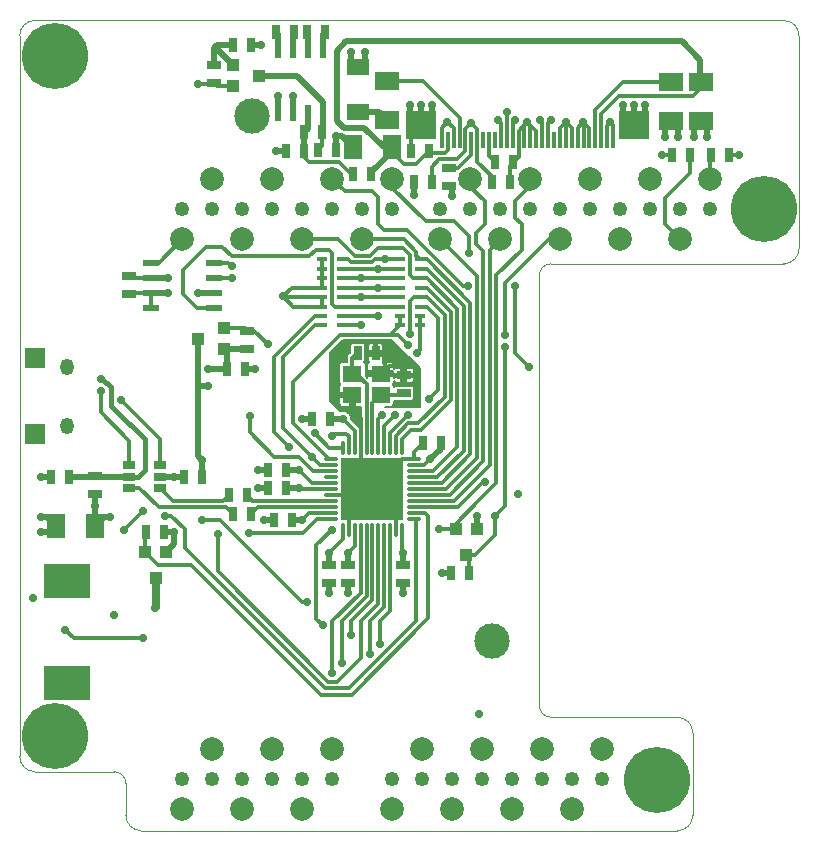
<source format=gbl>
G04 (created by PCBNEW (2013-07-07 BZR 4022)-stable) date 20/03/2014 14:12:02*
%MOIN*%
G04 Gerber Fmt 3.4, Leading zero omitted, Abs format*
%FSLAX34Y34*%
G01*
G70*
G90*
G04 APERTURE LIST*
%ADD10C,0.00590551*%
%ADD11C,0.000393701*%
%ADD12R,0.025X0.045*%
%ADD13C,0.220472*%
%ADD14R,0.0629921X0.0551181*%
%ADD15R,0.0394X0.0272*%
%ADD16R,0.0433071X0.0433071*%
%ADD17R,0.0748031X0.0551181*%
%ADD18R,0.0551X0.0236*%
%ADD19R,0.0236X0.0551*%
%ADD20R,0.08X0.06*%
%ADD21R,0.06X0.08*%
%ADD22R,0.045X0.025*%
%ADD23R,0.0354331X0.0177165*%
%ADD24O,0.0511811X0.011811*%
%ADD25O,0.011811X0.0511811*%
%ADD26R,0.208661X0.208661*%
%ADD27C,0.11811*%
%ADD28O,0.0452756X0.0551181*%
%ADD29R,0.0669291X0.0669291*%
%ADD30R,0.011811X0.0570866*%
%ADD31R,0.102362X0.0925197*%
%ADD32C,0.0787402*%
%ADD33C,0.0492126*%
%ADD34R,0.15748X0.11811*%
%ADD35C,0.0275591*%
%ADD36C,0.011811*%
%ADD37C,0.019685*%
%ADD38C,0.0275591*%
%ADD39C,0.015748*%
%ADD40C,0.00787402*%
G04 APERTURE END LIST*
G54D10*
G54D11*
X42173Y-51606D02*
X42173Y-27590D01*
X42173Y-27590D02*
G75*
G02X42685Y-27078I511J0D01*
G74*
G01*
X45716Y-52511D02*
X45716Y-53574D01*
X42685Y-52118D02*
X45322Y-52118D01*
X67645Y-27078D02*
X42685Y-27078D01*
X68157Y-34677D02*
X68157Y-27590D01*
X59889Y-35188D02*
X67645Y-35188D01*
X59496Y-49913D02*
X59496Y-35582D01*
X64102Y-50307D02*
X59889Y-50307D01*
X64614Y-53574D02*
X64614Y-50818D01*
X46228Y-54086D02*
X64102Y-54086D01*
X45322Y-52118D02*
G75*
G02X45716Y-52511I0J-393D01*
G74*
G01*
X42685Y-52118D02*
G75*
G02X42173Y-51606I0J511D01*
G74*
G01*
X67645Y-27078D02*
G75*
G02X68157Y-27590I0J-511D01*
G74*
G01*
X68157Y-34678D02*
G75*
G02X67645Y-35188I-511J0D01*
G74*
G01*
X59496Y-35581D02*
G75*
G02X59889Y-35188I393J0D01*
G74*
G01*
X59889Y-50307D02*
G75*
G02X59496Y-49913I0J393D01*
G74*
G01*
X64103Y-50307D02*
G75*
G02X64614Y-50818I0J-511D01*
G74*
G01*
X64614Y-53575D02*
G75*
G02X64102Y-54086I-511J0D01*
G74*
G01*
X46227Y-54086D02*
G75*
G02X45716Y-53574I0J511D01*
G74*
G01*
G54D12*
X65211Y-31574D03*
X65811Y-31574D03*
X64532Y-31574D03*
X63932Y-31574D03*
G54D13*
X43354Y-50937D03*
X63433Y-52393D03*
X43354Y-28259D03*
X66976Y-33377D03*
G54D12*
X46392Y-44114D03*
X46992Y-44114D03*
G54D14*
X53267Y-38858D03*
X54212Y-38858D03*
X54212Y-39566D03*
X53267Y-39566D03*
G54D15*
X46850Y-41909D03*
X46850Y-42657D03*
X46850Y-42283D03*
X45826Y-42657D03*
X45826Y-41909D03*
X45826Y-42283D03*
G54D16*
X49291Y-28567D03*
X49291Y-29267D03*
X50157Y-28917D03*
X57416Y-44035D03*
X56716Y-44035D03*
X57066Y-44901D03*
X48996Y-38046D03*
X48996Y-37346D03*
X48129Y-37696D03*
G54D17*
X53464Y-30118D03*
X53464Y-28622D03*
G54D18*
X46568Y-35155D03*
X48668Y-35155D03*
X46568Y-35655D03*
X46568Y-36155D03*
X46568Y-36655D03*
X48668Y-35655D03*
X48668Y-36155D03*
X48668Y-36655D03*
G54D19*
X50785Y-30164D03*
X50785Y-28064D03*
X51285Y-30164D03*
X51785Y-30164D03*
X52285Y-30164D03*
X51285Y-28064D03*
X51785Y-28064D03*
X52285Y-28064D03*
G54D20*
X63897Y-29133D03*
X63897Y-30433D03*
X64881Y-29133D03*
X64881Y-30433D03*
G54D21*
X44685Y-43917D03*
X43385Y-43917D03*
G54D20*
X54429Y-29094D03*
X54429Y-30394D03*
G54D21*
X54587Y-31299D03*
X53287Y-31299D03*
G54D12*
X49148Y-42913D03*
X49748Y-42913D03*
X49286Y-43523D03*
X49886Y-43523D03*
G54D22*
X48661Y-29177D03*
X48661Y-28577D03*
G54D12*
X53902Y-32204D03*
X53302Y-32204D03*
G54D22*
X44685Y-42278D03*
X44685Y-42878D03*
G54D12*
X58026Y-31811D03*
X58626Y-31811D03*
X56570Y-45511D03*
X57170Y-45511D03*
G54D22*
X49763Y-37416D03*
X49763Y-38016D03*
X54960Y-45231D03*
X54960Y-45831D03*
G54D12*
X56205Y-41161D03*
X55605Y-41161D03*
X43823Y-42283D03*
X43223Y-42283D03*
X52524Y-40354D03*
X51924Y-40354D03*
X49286Y-27913D03*
X49886Y-27913D03*
X51048Y-42657D03*
X50448Y-42657D03*
X52268Y-30807D03*
X51668Y-30807D03*
X51638Y-31417D03*
X51038Y-31417D03*
X52347Y-27460D03*
X51747Y-27460D03*
X50723Y-27460D03*
X51323Y-27460D03*
X52121Y-31397D03*
X52721Y-31397D03*
G54D22*
X53110Y-45231D03*
X53110Y-45831D03*
G54D12*
X51244Y-43720D03*
X50644Y-43720D03*
G54D22*
X56476Y-32003D03*
X56476Y-32603D03*
G54D12*
X57908Y-32460D03*
X58508Y-32460D03*
X55910Y-32460D03*
X55310Y-32460D03*
X49089Y-38700D03*
X49689Y-38700D03*
X55831Y-31437D03*
X55231Y-31437D03*
G54D22*
X52500Y-45231D03*
X52500Y-45831D03*
G54D12*
X51048Y-42047D03*
X50448Y-42047D03*
G54D22*
X45826Y-36185D03*
X45826Y-35585D03*
X54980Y-39512D03*
X54980Y-38912D03*
G54D12*
X53440Y-38169D03*
X54040Y-38169D03*
X48252Y-42283D03*
X47652Y-42283D03*
G54D23*
X54842Y-37244D03*
X54842Y-36929D03*
X54842Y-36614D03*
X54842Y-36299D03*
X54842Y-35984D03*
X54842Y-35669D03*
X54842Y-35354D03*
X54842Y-35039D03*
X55511Y-35039D03*
X55511Y-35354D03*
X55511Y-35669D03*
X55511Y-35984D03*
X55511Y-36299D03*
X55511Y-36614D03*
X55511Y-36929D03*
X55511Y-37244D03*
X52933Y-35039D03*
X52933Y-35354D03*
X52933Y-35669D03*
X52933Y-35984D03*
X52933Y-36299D03*
X52933Y-36614D03*
X52933Y-36929D03*
X52933Y-37244D03*
X52263Y-37244D03*
X52263Y-36929D03*
X52263Y-36614D03*
X52263Y-36299D03*
X52263Y-35984D03*
X52263Y-35669D03*
X52263Y-35354D03*
X52263Y-35039D03*
G54D24*
X52559Y-43681D03*
X52559Y-43484D03*
X52559Y-43287D03*
X52559Y-43090D03*
X52559Y-42893D03*
X52559Y-42696D03*
X52559Y-42500D03*
X52559Y-42303D03*
X52559Y-42106D03*
X52559Y-41909D03*
X52559Y-41712D03*
G54D25*
X52952Y-41318D03*
X53149Y-41318D03*
X53346Y-41318D03*
X53543Y-41318D03*
X53740Y-41318D03*
X53937Y-41318D03*
X54133Y-41318D03*
X54330Y-41318D03*
X54527Y-41318D03*
X54724Y-41318D03*
X54921Y-41318D03*
G54D24*
X55314Y-41712D03*
X55314Y-41909D03*
X55314Y-42106D03*
X55314Y-42303D03*
X55314Y-42500D03*
X55314Y-42696D03*
X55314Y-42893D03*
X55314Y-43090D03*
X55314Y-43287D03*
X55314Y-43484D03*
X55314Y-43681D03*
G54D25*
X54921Y-44074D03*
X54724Y-44074D03*
X54527Y-44074D03*
X54330Y-44074D03*
X54133Y-44074D03*
X53937Y-44074D03*
X53740Y-44074D03*
X53543Y-44074D03*
X53346Y-44074D03*
X53149Y-44074D03*
X52952Y-44074D03*
G54D26*
X53937Y-42696D03*
G54D27*
X49905Y-30267D03*
X57905Y-47767D03*
G54D16*
X47062Y-44783D03*
X46362Y-44783D03*
X46712Y-45649D03*
G54D28*
X43767Y-38614D03*
X43767Y-40582D03*
G54D29*
X42704Y-38338D03*
X42704Y-40858D03*
G54D30*
X56248Y-31055D03*
X56444Y-31055D03*
X56641Y-31055D03*
X56838Y-31055D03*
X57035Y-31055D03*
X57232Y-31055D03*
X57429Y-31055D03*
X57625Y-31055D03*
X57822Y-31055D03*
X58019Y-31055D03*
X58216Y-31055D03*
X58413Y-31055D03*
X58610Y-31055D03*
X58807Y-31055D03*
X59003Y-31055D03*
X59200Y-31055D03*
X59397Y-31055D03*
X59594Y-31055D03*
X59791Y-31055D03*
X59988Y-31055D03*
X60185Y-31055D03*
X60381Y-31055D03*
X60578Y-31055D03*
X60775Y-31055D03*
X60972Y-31055D03*
X61169Y-31055D03*
X61366Y-31055D03*
X61562Y-31055D03*
X61759Y-31055D03*
X61956Y-31055D03*
G54D31*
X55559Y-30562D03*
X62645Y-30562D03*
G54D32*
X61602Y-51370D03*
X60602Y-53370D03*
X59602Y-51370D03*
X58602Y-53370D03*
X57602Y-51370D03*
X56602Y-53370D03*
X55602Y-51370D03*
X54602Y-53370D03*
G54D33*
X61602Y-52370D03*
X60602Y-52370D03*
X59602Y-52370D03*
X58602Y-52370D03*
X57602Y-52370D03*
X56602Y-52370D03*
X55602Y-52370D03*
X54602Y-52370D03*
G54D32*
X65202Y-32370D03*
X64202Y-34370D03*
X63202Y-32370D03*
X62202Y-34370D03*
X61202Y-32370D03*
X60202Y-34370D03*
X59202Y-32370D03*
X58202Y-34370D03*
X56202Y-34370D03*
G54D33*
X65202Y-33370D03*
X64202Y-33370D03*
X63202Y-33370D03*
X62202Y-33370D03*
X61202Y-33370D03*
X60202Y-33370D03*
X59202Y-33370D03*
X58202Y-33370D03*
X57202Y-33370D03*
X56202Y-33370D03*
G54D32*
X57202Y-32370D03*
X52602Y-51370D03*
X51602Y-53370D03*
X50602Y-51370D03*
X49602Y-53370D03*
X48602Y-51370D03*
X47602Y-53370D03*
G54D33*
X52602Y-52370D03*
X51602Y-52370D03*
X50602Y-52370D03*
X49602Y-52370D03*
X48602Y-52370D03*
X47602Y-52370D03*
G54D32*
X54602Y-32370D03*
X53602Y-34370D03*
X52602Y-32370D03*
X51602Y-34370D03*
X50602Y-32370D03*
X49602Y-34370D03*
X48602Y-32370D03*
X47602Y-34370D03*
G54D33*
X54602Y-33370D03*
X53602Y-33370D03*
X52602Y-33370D03*
X51602Y-33370D03*
X50602Y-33370D03*
X49602Y-33370D03*
X48602Y-33370D03*
X47602Y-33370D03*
G54D34*
X43748Y-45779D03*
X43748Y-49165D03*
G54D35*
X57224Y-30492D03*
X47125Y-36161D03*
X48110Y-36161D03*
X51476Y-42657D03*
X57480Y-50196D03*
X48740Y-28016D03*
X45196Y-43622D03*
X44685Y-43248D03*
X45314Y-46889D03*
X42637Y-46338D03*
X48444Y-38700D03*
X66141Y-31574D03*
X63602Y-31574D03*
X56240Y-45511D03*
X54960Y-44822D03*
X54133Y-36929D03*
X55846Y-41712D03*
X51476Y-42047D03*
X51574Y-43720D03*
X52952Y-40354D03*
X52500Y-44822D03*
X53110Y-44822D03*
X48129Y-29192D03*
X47007Y-43582D03*
X48779Y-44192D03*
X55807Y-39704D03*
X52007Y-40826D03*
X54271Y-40216D03*
X45669Y-44055D03*
X46279Y-43444D03*
X54704Y-40216D03*
X54370Y-35039D03*
X58700Y-30413D03*
X54114Y-35354D03*
X58405Y-30118D03*
X53543Y-35669D03*
X58129Y-30413D03*
X46692Y-46653D03*
X50452Y-37874D03*
X57696Y-42460D03*
X58681Y-35944D03*
X57106Y-35944D03*
X59153Y-38641D03*
X55137Y-40216D03*
X51751Y-46476D03*
X48267Y-43720D03*
X55177Y-37519D03*
X49822Y-44153D03*
X57145Y-34842D03*
X52598Y-48818D03*
X52913Y-48503D03*
X53858Y-48188D03*
X54173Y-47874D03*
X58366Y-37952D03*
X55413Y-38169D03*
X58011Y-43602D03*
X49251Y-35669D03*
X54133Y-35984D03*
X59507Y-30413D03*
X49251Y-35275D03*
X53543Y-36299D03*
X59881Y-30413D03*
X55137Y-37913D03*
X58366Y-37559D03*
X51909Y-41614D03*
X56141Y-44035D03*
X49842Y-40275D03*
X48267Y-41732D03*
X48464Y-39271D03*
X46299Y-47677D03*
X43700Y-47401D03*
X53228Y-47559D03*
X52598Y-40944D03*
X51161Y-41299D03*
X52578Y-44055D03*
X52283Y-47244D03*
X42874Y-44133D03*
X42874Y-43622D03*
X42893Y-42283D03*
X47322Y-42283D03*
X50314Y-43720D03*
X58779Y-42874D03*
X50019Y-38700D03*
X65098Y-30964D03*
X64665Y-30964D03*
X64114Y-30964D03*
X63681Y-30964D03*
X50964Y-36279D03*
X47125Y-35649D03*
X59094Y-30472D03*
X53543Y-37244D03*
X50216Y-27913D03*
X63011Y-29881D03*
X62657Y-29881D03*
X62283Y-29881D03*
X61870Y-30472D03*
X60964Y-30472D03*
X60374Y-30472D03*
X55925Y-29881D03*
X55551Y-29881D03*
X55177Y-29881D03*
X56437Y-30472D03*
X53700Y-28129D03*
X53228Y-28129D03*
X56594Y-32933D03*
X55314Y-32913D03*
X50708Y-31417D03*
X52736Y-30944D03*
X51279Y-29606D03*
X50787Y-29606D03*
X57421Y-43602D03*
X53110Y-43523D03*
X54763Y-43523D03*
X53110Y-41870D03*
X53937Y-42696D03*
X54763Y-41870D03*
X47322Y-44114D03*
X51594Y-40354D03*
X53267Y-40059D03*
X52736Y-39566D03*
X54980Y-38582D03*
X54370Y-38169D03*
X54960Y-46161D03*
X53110Y-46161D03*
X52500Y-46161D03*
X50118Y-42657D03*
X50118Y-42047D03*
X45570Y-39744D03*
X44881Y-39429D03*
X44881Y-39015D03*
G54D36*
X51638Y-31417D02*
X51638Y-31618D01*
X53228Y-32204D02*
X53302Y-32204D01*
X52834Y-31811D02*
X53228Y-32204D01*
X51830Y-31811D02*
X52834Y-31811D01*
X51638Y-31618D02*
X51830Y-31811D01*
G54D37*
X51638Y-31417D02*
X51638Y-30837D01*
X51638Y-30837D02*
X51668Y-30807D01*
X51785Y-30164D02*
X51785Y-30690D01*
X51785Y-30690D02*
X51668Y-30807D01*
G54D36*
X47120Y-36155D02*
X47125Y-36161D01*
G54D37*
X47120Y-36155D02*
X46568Y-36155D01*
G54D36*
X48116Y-36155D02*
X48110Y-36161D01*
G54D37*
X48116Y-36155D02*
X48668Y-36155D01*
G54D36*
X46568Y-36655D02*
X46568Y-36155D01*
X46568Y-36155D02*
X45857Y-36155D01*
X45857Y-36155D02*
X45826Y-36185D01*
X57429Y-31055D02*
X57429Y-31799D01*
X57908Y-32278D02*
X57908Y-32460D01*
X57429Y-31799D02*
X57908Y-32278D01*
X57429Y-31055D02*
X57429Y-30696D01*
X57429Y-30696D02*
X57224Y-30492D01*
X57035Y-30681D02*
X57224Y-30492D01*
X57035Y-30681D02*
X57035Y-31055D01*
X55910Y-32460D02*
X55910Y-31963D01*
X57035Y-31429D02*
X57035Y-31055D01*
X56751Y-31712D02*
X57035Y-31429D01*
X56161Y-31712D02*
X56751Y-31712D01*
X55910Y-31963D02*
X56161Y-31712D01*
G54D37*
X51048Y-42657D02*
X51476Y-42657D01*
G54D36*
X51515Y-42696D02*
X51476Y-42657D01*
X51515Y-42696D02*
X52559Y-42696D01*
G54D37*
X44685Y-43917D02*
X44980Y-43622D01*
X44980Y-43622D02*
X45196Y-43622D01*
X44685Y-42878D02*
X44685Y-42879D01*
X44685Y-42879D02*
X44685Y-43248D01*
X44685Y-43248D02*
X44685Y-43917D01*
X51574Y-43720D02*
X51244Y-43720D01*
X49089Y-38700D02*
X49089Y-38140D01*
X49089Y-38140D02*
X48996Y-38046D01*
X49089Y-38700D02*
X48444Y-38700D01*
X48996Y-38046D02*
X49733Y-38046D01*
X49733Y-38046D02*
X49763Y-38016D01*
G54D36*
X65811Y-31574D02*
X66141Y-31574D01*
X63932Y-31574D02*
X63602Y-31574D01*
G54D37*
X56240Y-45511D02*
X56570Y-45511D01*
G54D36*
X52933Y-36929D02*
X54133Y-36929D01*
X56205Y-41161D02*
X56205Y-41353D01*
X55649Y-41909D02*
X55846Y-41712D01*
X55649Y-41909D02*
X55314Y-41909D01*
G54D37*
X56205Y-41353D02*
X55846Y-41712D01*
X49291Y-28567D02*
X48740Y-28016D01*
X48740Y-28016D02*
X48735Y-28011D01*
X48735Y-28011D02*
X48661Y-28011D01*
X48661Y-28577D02*
X48661Y-28011D01*
X48759Y-27913D02*
X48661Y-28011D01*
X48759Y-27913D02*
X49286Y-27913D01*
X51048Y-42047D02*
X51476Y-42047D01*
G54D36*
X51929Y-42500D02*
X51476Y-42047D01*
X51929Y-42500D02*
X52559Y-42500D01*
G54D37*
X52524Y-40354D02*
X52952Y-40354D01*
G54D36*
X53346Y-40748D02*
X52952Y-40354D01*
X53346Y-40748D02*
X53346Y-41318D01*
G54D37*
X54960Y-45231D02*
X54960Y-44822D01*
G54D36*
X54921Y-44783D02*
X54960Y-44822D01*
X54921Y-44783D02*
X54921Y-44074D01*
G54D37*
X52500Y-45231D02*
X52500Y-44822D01*
G54D36*
X52952Y-44370D02*
X52500Y-44822D01*
X52952Y-44370D02*
X52952Y-44074D01*
X51811Y-43484D02*
X51574Y-43720D01*
X51811Y-43484D02*
X52559Y-43484D01*
X64881Y-29133D02*
X64881Y-29330D01*
X61562Y-30188D02*
X62165Y-29586D01*
X62165Y-29586D02*
X63366Y-29586D01*
X61562Y-30188D02*
X61562Y-31055D01*
X64625Y-29586D02*
X63366Y-29586D01*
X64881Y-29330D02*
X64625Y-29586D01*
G54D37*
X54587Y-31299D02*
X54311Y-31299D01*
X54311Y-31299D02*
X53661Y-30649D01*
X64862Y-28385D02*
X64862Y-29133D01*
X64251Y-27775D02*
X64862Y-28385D01*
X53070Y-27775D02*
X64251Y-27775D01*
X52755Y-28090D02*
X53070Y-27775D01*
X52755Y-30433D02*
X52755Y-28090D01*
X52972Y-30649D02*
X52755Y-30433D01*
X53661Y-30649D02*
X52972Y-30649D01*
G54D36*
X54587Y-31299D02*
X54587Y-31476D01*
X55826Y-31437D02*
X55831Y-31437D01*
X55393Y-31870D02*
X55826Y-31437D01*
X54980Y-31870D02*
X55393Y-31870D01*
X54587Y-31476D02*
X54980Y-31870D01*
X56444Y-31055D02*
X56444Y-31409D01*
X56444Y-31409D02*
X56358Y-31496D01*
X56358Y-31496D02*
X55890Y-31496D01*
X55890Y-31496D02*
X55831Y-31437D01*
X53902Y-32204D02*
X53902Y-32140D01*
X54587Y-31456D02*
X54587Y-31299D01*
G54D37*
X53902Y-32140D02*
X54587Y-31456D01*
X53110Y-45231D02*
X53110Y-44822D01*
G54D36*
X53346Y-44586D02*
X53110Y-44822D01*
X53346Y-44586D02*
X53346Y-44074D01*
X48646Y-29192D02*
X48661Y-29177D01*
X48129Y-29192D02*
X48646Y-29192D01*
X48661Y-29177D02*
X48750Y-29267D01*
X48750Y-29267D02*
X49291Y-29267D01*
X47677Y-44035D02*
X47224Y-43582D01*
X47224Y-43582D02*
X47007Y-43582D01*
X55314Y-43681D02*
X55393Y-43759D01*
X47677Y-44665D02*
X47677Y-44035D01*
X52342Y-49330D02*
X47677Y-44665D01*
X53149Y-49330D02*
X52342Y-49330D01*
X55393Y-47086D02*
X53149Y-49330D01*
X55393Y-43759D02*
X55393Y-47086D01*
X48779Y-44192D02*
X48779Y-45433D01*
X52460Y-49114D02*
X48779Y-45433D01*
X54133Y-44074D02*
X54133Y-46515D01*
X52755Y-49114D02*
X52460Y-49114D01*
X53543Y-48326D02*
X52755Y-49114D01*
X53543Y-47106D02*
X53543Y-48326D01*
X54133Y-46515D02*
X53543Y-47106D01*
X55807Y-39704D02*
X56122Y-39389D01*
X52952Y-41318D02*
X52500Y-41318D01*
X52500Y-41318D02*
X52007Y-40826D01*
X55748Y-36614D02*
X55511Y-36614D01*
X56122Y-36988D02*
X55748Y-36614D01*
X56122Y-39389D02*
X56122Y-36988D01*
X51161Y-34940D02*
X49251Y-34940D01*
X48092Y-36655D02*
X48668Y-36655D01*
X47618Y-36181D02*
X48092Y-36655D01*
X47618Y-35393D02*
X47618Y-36181D01*
X48385Y-34625D02*
X47618Y-35393D01*
X48937Y-34625D02*
X48385Y-34625D01*
X49251Y-34940D02*
X48937Y-34625D01*
X52933Y-36614D02*
X52696Y-36614D01*
X51830Y-34940D02*
X51161Y-34940D01*
X51161Y-34940D02*
X51141Y-34940D01*
X52047Y-34724D02*
X51830Y-34940D01*
X52500Y-34724D02*
X52047Y-34724D01*
X52598Y-34822D02*
X52500Y-34724D01*
X52598Y-36515D02*
X52598Y-34822D01*
X52696Y-36614D02*
X52598Y-36515D01*
X54842Y-36614D02*
X52933Y-36614D01*
X65202Y-32370D02*
X65202Y-31584D01*
X65202Y-31584D02*
X65211Y-31574D01*
X54133Y-41318D02*
X54133Y-40354D01*
X54133Y-40354D02*
X54271Y-40216D01*
X64202Y-34370D02*
X63700Y-33868D01*
X64532Y-32160D02*
X64532Y-31574D01*
X63700Y-32992D02*
X64532Y-32160D01*
X63700Y-33868D02*
X63700Y-32992D01*
X45669Y-44055D02*
X46279Y-43444D01*
X54330Y-41318D02*
X54330Y-40590D01*
X54330Y-40590D02*
X54704Y-40216D01*
X58610Y-30503D02*
X58700Y-30413D01*
X58610Y-30503D02*
X58610Y-31055D01*
X52933Y-35039D02*
X53129Y-35039D01*
X54370Y-35039D02*
X54842Y-35039D01*
X54035Y-35039D02*
X54370Y-35039D01*
X53937Y-35137D02*
X54035Y-35039D01*
X53228Y-35137D02*
X53937Y-35137D01*
X53129Y-35039D02*
X53228Y-35137D01*
X55511Y-35039D02*
X55748Y-35039D01*
X55748Y-35039D02*
X57204Y-36496D01*
X55511Y-35039D02*
X55393Y-34921D01*
X55393Y-34921D02*
X55393Y-34783D01*
X55393Y-34783D02*
X54980Y-34370D01*
X54980Y-34370D02*
X53602Y-34370D01*
X55314Y-42500D02*
X56240Y-42500D01*
X57204Y-41535D02*
X57204Y-36496D01*
X56240Y-42500D02*
X57204Y-41535D01*
X55314Y-42303D02*
X56102Y-42303D01*
X55748Y-35354D02*
X55511Y-35354D01*
X56988Y-36594D02*
X55748Y-35354D01*
X56988Y-41417D02*
X56988Y-36594D01*
X56102Y-42303D02*
X56988Y-41417D01*
X55511Y-35669D02*
X55275Y-35669D01*
X52795Y-34370D02*
X51602Y-34370D01*
X53366Y-34940D02*
X52795Y-34370D01*
X53838Y-34940D02*
X53366Y-34940D01*
X54114Y-34665D02*
X53838Y-34940D01*
X54960Y-34665D02*
X54114Y-34665D01*
X55177Y-34881D02*
X54960Y-34665D01*
X55177Y-35570D02*
X55177Y-34881D01*
X55275Y-35669D02*
X55177Y-35570D01*
X55314Y-42106D02*
X55964Y-42106D01*
X55748Y-35669D02*
X55511Y-35669D01*
X56771Y-36692D02*
X55748Y-35669D01*
X56771Y-41299D02*
X56771Y-36692D01*
X55964Y-42106D02*
X56771Y-41299D01*
X58413Y-30125D02*
X58405Y-30118D01*
X58413Y-30125D02*
X58413Y-31055D01*
X54842Y-35354D02*
X54114Y-35354D01*
X54114Y-35354D02*
X52933Y-35354D01*
X58216Y-30500D02*
X58129Y-30413D01*
X58216Y-30500D02*
X58216Y-31055D01*
X52933Y-35669D02*
X53543Y-35669D01*
X53543Y-35669D02*
X54842Y-35669D01*
G54D38*
X46712Y-46633D02*
X46712Y-45649D01*
X46692Y-46653D02*
X46712Y-46633D01*
G54D36*
X46362Y-44783D02*
X46362Y-44144D01*
X46362Y-44144D02*
X46392Y-44114D01*
X55314Y-43484D02*
X55688Y-43484D01*
X46795Y-45216D02*
X46362Y-44783D01*
X47893Y-45216D02*
X46795Y-45216D01*
X52224Y-49547D02*
X47893Y-45216D01*
X53248Y-49547D02*
X52224Y-49547D01*
X55787Y-47007D02*
X53248Y-49547D01*
X55787Y-43582D02*
X55787Y-47007D01*
X55688Y-43484D02*
X55787Y-43582D01*
X49995Y-37416D02*
X50452Y-37874D01*
X49763Y-37416D02*
X49995Y-37416D01*
X48996Y-37346D02*
X49694Y-37346D01*
X49694Y-37346D02*
X49763Y-37416D01*
X55314Y-42696D02*
X56377Y-42696D01*
X57421Y-35588D02*
X56202Y-34370D01*
X57421Y-41653D02*
X57421Y-35588D01*
X56377Y-42696D02*
X57421Y-41653D01*
X55314Y-42893D02*
X56515Y-42893D01*
X57202Y-32615D02*
X57202Y-32370D01*
X57696Y-33110D02*
X57202Y-32615D01*
X57696Y-33858D02*
X57696Y-33110D01*
X57401Y-34153D02*
X57696Y-33858D01*
X57401Y-34527D02*
X57401Y-34153D01*
X57637Y-34763D02*
X57401Y-34527D01*
X57637Y-41771D02*
X57637Y-34763D01*
X56515Y-42893D02*
X57637Y-41771D01*
X58202Y-34370D02*
X57854Y-34718D01*
X57854Y-34718D02*
X57854Y-34724D01*
X55314Y-43090D02*
X56653Y-43090D01*
X57854Y-41889D02*
X57854Y-34724D01*
X56653Y-43090D02*
X57854Y-41889D01*
X57322Y-42755D02*
X57618Y-42460D01*
X57618Y-42460D02*
X57696Y-42460D01*
X56968Y-35944D02*
X57106Y-35944D01*
X55098Y-34074D02*
X56968Y-35944D01*
X54330Y-34074D02*
X55098Y-34074D01*
X54114Y-33858D02*
X54330Y-34074D01*
X54114Y-32952D02*
X54114Y-33858D01*
X53937Y-32775D02*
X54114Y-32952D01*
X53007Y-32775D02*
X53937Y-32775D01*
X52602Y-32370D02*
X53007Y-32775D01*
X58681Y-38169D02*
X58681Y-35944D01*
X58681Y-38169D02*
X59153Y-38641D01*
X57322Y-42755D02*
X56791Y-43287D01*
X55314Y-43287D02*
X56791Y-43287D01*
X46568Y-35155D02*
X46816Y-35155D01*
X46816Y-35155D02*
X47602Y-34370D01*
X51751Y-46476D02*
X51594Y-46476D01*
X54527Y-40826D02*
X54803Y-40551D01*
X54803Y-40551D02*
X54803Y-40551D01*
X54803Y-40551D02*
X55137Y-40216D01*
X54527Y-41318D02*
X54527Y-40826D01*
X48838Y-43720D02*
X48267Y-43720D01*
X49094Y-43976D02*
X48838Y-43720D01*
X49094Y-43976D02*
X49094Y-43976D01*
X51594Y-46476D02*
X49094Y-43976D01*
X55511Y-36299D02*
X55314Y-36299D01*
X55177Y-36437D02*
X55177Y-37519D01*
X55314Y-36299D02*
X55177Y-36437D01*
X54724Y-41318D02*
X54724Y-40925D01*
X55748Y-36299D02*
X55511Y-36299D01*
X56338Y-36889D02*
X55748Y-36299D01*
X56338Y-39625D02*
X56338Y-36889D01*
X55452Y-40511D02*
X56338Y-39625D01*
X55137Y-40511D02*
X55452Y-40511D01*
X54724Y-40925D02*
X55137Y-40511D01*
X52086Y-43681D02*
X52559Y-43681D01*
X51614Y-44153D02*
X49822Y-44153D01*
X52086Y-43681D02*
X51614Y-44153D01*
X54602Y-32653D02*
X55728Y-33779D01*
X55728Y-33779D02*
X56653Y-33779D01*
X56653Y-33779D02*
X57145Y-34271D01*
X57145Y-34271D02*
X57145Y-34842D01*
X54602Y-32370D02*
X54602Y-32653D01*
X53543Y-46161D02*
X52598Y-47106D01*
X52598Y-47106D02*
X52598Y-48818D01*
X53543Y-44074D02*
X53543Y-46161D01*
X53740Y-44074D02*
X53740Y-46279D01*
X52913Y-47106D02*
X52913Y-48503D01*
X53740Y-46279D02*
X52913Y-47106D01*
X54330Y-44074D02*
X54330Y-46633D01*
X53858Y-47106D02*
X53858Y-48188D01*
X54330Y-46633D02*
X53858Y-47106D01*
X54527Y-44074D02*
X54527Y-46751D01*
X54173Y-47106D02*
X54173Y-47874D01*
X54527Y-46751D02*
X54173Y-47106D01*
X58011Y-43602D02*
X58366Y-43248D01*
X58366Y-43248D02*
X58366Y-41496D01*
X58366Y-37952D02*
X58366Y-41496D01*
X55511Y-37244D02*
X55511Y-38070D01*
X55511Y-38070D02*
X55413Y-38169D01*
X55511Y-36929D02*
X55511Y-37244D01*
X57066Y-44901D02*
X57342Y-44901D01*
X57342Y-44901D02*
X58011Y-44232D01*
X58011Y-44232D02*
X58011Y-43602D01*
X57170Y-45511D02*
X57170Y-45004D01*
X57170Y-45004D02*
X57066Y-44901D01*
X48668Y-35655D02*
X49238Y-35655D01*
X49238Y-35655D02*
X49251Y-35669D01*
X59594Y-30500D02*
X59507Y-30413D01*
X59594Y-30500D02*
X59594Y-31055D01*
X54842Y-35984D02*
X54133Y-35984D01*
X54133Y-35984D02*
X52933Y-35984D01*
X54921Y-41318D02*
X54921Y-41062D01*
X55748Y-35984D02*
X55511Y-35984D01*
X56555Y-36791D02*
X55748Y-35984D01*
X56555Y-39744D02*
X56555Y-36791D01*
X55570Y-40728D02*
X56555Y-39744D01*
X55236Y-40728D02*
X55570Y-40728D01*
X54921Y-41043D02*
X55236Y-40728D01*
X49131Y-35155D02*
X49251Y-35275D01*
X49131Y-35155D02*
X48668Y-35155D01*
X59791Y-30503D02*
X59881Y-30413D01*
X59791Y-30503D02*
X59791Y-31055D01*
X52933Y-36299D02*
X53543Y-36299D01*
X53543Y-36299D02*
X54842Y-36299D01*
X54537Y-37549D02*
X54773Y-37549D01*
X54773Y-37549D02*
X55137Y-37913D01*
X59822Y-34370D02*
X60202Y-34370D01*
X58366Y-35826D02*
X59822Y-34370D01*
X58366Y-37559D02*
X58366Y-35826D01*
X54842Y-37244D02*
X54842Y-36929D01*
X52864Y-37549D02*
X54537Y-37549D01*
X54537Y-37549D02*
X54842Y-37244D01*
X52559Y-41712D02*
X52480Y-41712D01*
X51279Y-39133D02*
X52864Y-37549D01*
X51279Y-40511D02*
X51279Y-39133D01*
X52480Y-41712D02*
X51279Y-40511D01*
X57500Y-43070D02*
X58070Y-42500D01*
X58070Y-42500D02*
X58070Y-41751D01*
X56716Y-44035D02*
X56716Y-43853D01*
X59202Y-32588D02*
X59202Y-32370D01*
X58070Y-41751D02*
X58070Y-35570D01*
X58070Y-35570D02*
X58917Y-34724D01*
X58917Y-34724D02*
X58917Y-33877D01*
X58917Y-33877D02*
X58700Y-33661D01*
X58700Y-33661D02*
X58700Y-33090D01*
X58700Y-33090D02*
X59202Y-32588D01*
X56716Y-43853D02*
X57500Y-43070D01*
X50964Y-39212D02*
X50964Y-38307D01*
X52027Y-37244D02*
X52263Y-37244D01*
X50964Y-38307D02*
X52027Y-37244D01*
X50964Y-40669D02*
X50964Y-39212D01*
X51909Y-41614D02*
X50964Y-40669D01*
X52559Y-41909D02*
X52204Y-41909D01*
X56141Y-44035D02*
X56716Y-44035D01*
X52204Y-41909D02*
X51909Y-41614D01*
X49842Y-40275D02*
X49842Y-40787D01*
X50669Y-41614D02*
X51476Y-41614D01*
X49842Y-40787D02*
X50669Y-41614D01*
X52559Y-42106D02*
X51968Y-42106D01*
X51968Y-42106D02*
X51476Y-41614D01*
X49148Y-42913D02*
X48971Y-43090D01*
X47283Y-43090D02*
X46850Y-42657D01*
X48971Y-43090D02*
X47283Y-43090D01*
X49286Y-43523D02*
X49070Y-43307D01*
X46161Y-42657D02*
X45826Y-42657D01*
X46811Y-43307D02*
X46161Y-42657D01*
X49070Y-43307D02*
X46811Y-43307D01*
G54D37*
X48464Y-39271D02*
X48129Y-39271D01*
X48129Y-39271D02*
X48129Y-39291D01*
X48129Y-37696D02*
X48129Y-39291D01*
X48129Y-39291D02*
X48129Y-41594D01*
X48129Y-41594D02*
X48267Y-41732D01*
X48252Y-42283D02*
X48252Y-41747D01*
X48252Y-41747D02*
X48267Y-41732D01*
G54D36*
X43976Y-47677D02*
X46299Y-47677D01*
X43700Y-47401D02*
X43976Y-47677D01*
X53937Y-44074D02*
X53937Y-46397D01*
X53228Y-47106D02*
X53228Y-47559D01*
X53937Y-46397D02*
X53228Y-47106D01*
X50649Y-39114D02*
X50649Y-38307D01*
X52027Y-36929D02*
X52263Y-36929D01*
X50649Y-38307D02*
X52027Y-36929D01*
X52972Y-40866D02*
X52677Y-40866D01*
X52677Y-40866D02*
X52598Y-40944D01*
X50649Y-40787D02*
X50649Y-39114D01*
X51161Y-41299D02*
X50649Y-40787D01*
X53070Y-40866D02*
X52972Y-40866D01*
X52578Y-44055D02*
X52066Y-44566D01*
X53149Y-41318D02*
X53149Y-40944D01*
X53149Y-40944D02*
X53070Y-40866D01*
X52066Y-47027D02*
X52283Y-47244D01*
X52066Y-44566D02*
X52066Y-47027D01*
G54D37*
X43385Y-43917D02*
X43168Y-44133D01*
X43168Y-44133D02*
X42874Y-44133D01*
X43385Y-43917D02*
X43090Y-43622D01*
X43090Y-43622D02*
X42874Y-43622D01*
X43223Y-42283D02*
X42893Y-42283D01*
X46850Y-42283D02*
X47322Y-42283D01*
X47322Y-42283D02*
X47652Y-42283D01*
X50644Y-43720D02*
X50314Y-43720D01*
X49689Y-38700D02*
X50019Y-38700D01*
X64881Y-30433D02*
X65098Y-30650D01*
X65098Y-30650D02*
X65098Y-30964D01*
X64881Y-30433D02*
X64665Y-30650D01*
X64665Y-30650D02*
X64665Y-30964D01*
X63897Y-30433D02*
X64114Y-30650D01*
X64114Y-30650D02*
X64114Y-30964D01*
X63897Y-30433D02*
X63681Y-30650D01*
X63681Y-30650D02*
X63681Y-30964D01*
G54D36*
X52263Y-36614D02*
X51299Y-36614D01*
X50984Y-36299D02*
X50964Y-36279D01*
X52263Y-36299D02*
X50984Y-36299D01*
X51259Y-35984D02*
X52263Y-35984D01*
X51259Y-35984D02*
X50964Y-36279D01*
X51299Y-36614D02*
X50964Y-36279D01*
X52263Y-35039D02*
X52263Y-35354D01*
X52263Y-35354D02*
X52263Y-35669D01*
X52263Y-35984D02*
X52263Y-35669D01*
X52263Y-36614D02*
X52263Y-36299D01*
X46568Y-35655D02*
X45896Y-35655D01*
X45896Y-35655D02*
X45826Y-35585D01*
G54D37*
X46568Y-35655D02*
X47120Y-35655D01*
G54D36*
X47120Y-35655D02*
X47125Y-35649D01*
X59397Y-31055D02*
X59397Y-30775D01*
X59397Y-30775D02*
X59094Y-30472D01*
X58807Y-31055D02*
X58807Y-30759D01*
X59200Y-30578D02*
X59094Y-30472D01*
X59200Y-31055D02*
X59200Y-30578D01*
X59003Y-30562D02*
X59003Y-31055D01*
X59003Y-30562D02*
X59094Y-30472D01*
X58807Y-30759D02*
X59094Y-30472D01*
X52933Y-37244D02*
X53543Y-37244D01*
X55605Y-41161D02*
X55314Y-41451D01*
X55314Y-41451D02*
X55314Y-41712D01*
G54D37*
X49886Y-27913D02*
X50216Y-27913D01*
G54D36*
X62645Y-30562D02*
X63011Y-30196D01*
G54D37*
X63011Y-30196D02*
X63011Y-29881D01*
G54D36*
X62645Y-30562D02*
X62657Y-30551D01*
G54D37*
X62657Y-30551D02*
X62657Y-29881D01*
G54D36*
X62645Y-30562D02*
X62283Y-30200D01*
G54D37*
X62283Y-30200D02*
X62283Y-29881D01*
G54D36*
X61956Y-31055D02*
X61956Y-30559D01*
X61759Y-30582D02*
X61870Y-30472D01*
X61759Y-30582D02*
X61759Y-31055D01*
X61956Y-30559D02*
X61870Y-30472D01*
X61169Y-31055D02*
X61169Y-30677D01*
X61169Y-30677D02*
X60964Y-30472D01*
X60775Y-31055D02*
X60775Y-30661D01*
X60972Y-30480D02*
X60964Y-30472D01*
X60972Y-30480D02*
X60972Y-31055D01*
X60775Y-30661D02*
X60964Y-30472D01*
X60578Y-31055D02*
X60578Y-30677D01*
X60578Y-30677D02*
X60374Y-30472D01*
X60185Y-31055D02*
X60185Y-30661D01*
X60381Y-30480D02*
X60374Y-30472D01*
X60381Y-30480D02*
X60381Y-31055D01*
X60185Y-30661D02*
X60374Y-30472D01*
X55559Y-30562D02*
X55925Y-30196D01*
G54D37*
X55925Y-30196D02*
X55925Y-29881D01*
G54D36*
X55559Y-30562D02*
X55551Y-30555D01*
G54D37*
X55551Y-30555D02*
X55551Y-29881D01*
G54D36*
X55559Y-30562D02*
X55177Y-30181D01*
G54D37*
X55177Y-30181D02*
X55177Y-29881D01*
G54D36*
X55231Y-31437D02*
X55231Y-30890D01*
X55231Y-30890D02*
X55559Y-30562D01*
X56641Y-31055D02*
X56641Y-30677D01*
X56248Y-30661D02*
X56437Y-30472D01*
X56248Y-30661D02*
X56248Y-31055D01*
X56641Y-30677D02*
X56437Y-30472D01*
X53464Y-28622D02*
X53700Y-28385D01*
G54D37*
X53700Y-28385D02*
X53700Y-28129D01*
G54D36*
X53464Y-28622D02*
X53228Y-28385D01*
G54D37*
X53228Y-28385D02*
X53228Y-28129D01*
G54D36*
X58508Y-32460D02*
X58508Y-31929D01*
X58508Y-31929D02*
X58626Y-31811D01*
X58807Y-31055D02*
X58807Y-31630D01*
X58807Y-31630D02*
X58626Y-31811D01*
G54D37*
X56476Y-32603D02*
X56594Y-32721D01*
X56594Y-32721D02*
X56594Y-32933D01*
X55310Y-32460D02*
X55310Y-32908D01*
G54D36*
X55310Y-32908D02*
X55314Y-32913D01*
G54D37*
X51038Y-31417D02*
X50708Y-31417D01*
X52736Y-30944D02*
X52932Y-30944D01*
G54D36*
X52721Y-30959D02*
X52736Y-30944D01*
G54D37*
X52721Y-31397D02*
X52721Y-30959D01*
X52932Y-30944D02*
X53287Y-31299D01*
X51285Y-30164D02*
X51285Y-29612D01*
X51285Y-29612D02*
X51279Y-29606D01*
X50785Y-30164D02*
X50785Y-29608D01*
X50785Y-29608D02*
X50787Y-29606D01*
X57416Y-44035D02*
X57416Y-43606D01*
G54D36*
X57416Y-43606D02*
X57421Y-43602D01*
X53110Y-43523D02*
X53937Y-42696D01*
X54763Y-43523D02*
X53937Y-42696D01*
X53110Y-41870D02*
X53937Y-42696D01*
X54763Y-41870D02*
X53937Y-42696D01*
G54D37*
X47322Y-44114D02*
X47322Y-44523D01*
X46992Y-44114D02*
X47322Y-44114D01*
X47322Y-44523D02*
X47062Y-44783D01*
X51924Y-40354D02*
X51594Y-40354D01*
G54D36*
X53543Y-41318D02*
X53543Y-40334D01*
X53267Y-40059D02*
X53267Y-39566D01*
X53543Y-40334D02*
X53267Y-40059D01*
X53267Y-39566D02*
X52736Y-39566D01*
X54980Y-38582D02*
X54488Y-38582D01*
X54980Y-38912D02*
X54980Y-38582D01*
X54488Y-38582D02*
X54212Y-38858D01*
X54370Y-38169D02*
X54370Y-38700D01*
X54040Y-38169D02*
X54370Y-38169D01*
X54370Y-38700D02*
X54212Y-38858D01*
G54D37*
X54960Y-45831D02*
X54960Y-46161D01*
X53110Y-45831D02*
X53110Y-46161D01*
X52500Y-45831D02*
X52500Y-46161D01*
G54D36*
X53149Y-44074D02*
X53149Y-43484D01*
X53149Y-43484D02*
X53937Y-42696D01*
X54724Y-44074D02*
X54724Y-43484D01*
X54724Y-43484D02*
X53937Y-42696D01*
X55314Y-41712D02*
X54921Y-41712D01*
X54921Y-41712D02*
X53937Y-42696D01*
X53543Y-41318D02*
X53543Y-42303D01*
X53543Y-42303D02*
X53937Y-42696D01*
G54D37*
X50448Y-42657D02*
X50118Y-42657D01*
X50448Y-42047D02*
X50118Y-42047D01*
G54D36*
X52559Y-42893D02*
X53740Y-42893D01*
X53740Y-42893D02*
X53937Y-42696D01*
X63897Y-29133D02*
X62303Y-29133D01*
X61362Y-31055D02*
X61366Y-31055D01*
X61362Y-30074D02*
X61362Y-31055D01*
X62303Y-29133D02*
X61362Y-30074D01*
X53267Y-38858D02*
X53267Y-38341D01*
X53267Y-38341D02*
X53440Y-38169D01*
X53740Y-41318D02*
X53740Y-39212D01*
X53385Y-38858D02*
X53267Y-38858D01*
X53740Y-39212D02*
X53385Y-38858D01*
X54212Y-39566D02*
X54925Y-39566D01*
X54925Y-39566D02*
X54980Y-39512D01*
X53937Y-41318D02*
X53937Y-39842D01*
X53937Y-39842D02*
X54212Y-39566D01*
X56476Y-32003D02*
X56776Y-32003D01*
X57232Y-31547D02*
X57232Y-31055D01*
X56776Y-32003D02*
X57232Y-31547D01*
G54D37*
X50785Y-28064D02*
X50785Y-27522D01*
X50785Y-27522D02*
X50723Y-27460D01*
G54D36*
X52268Y-30807D02*
X52268Y-31250D01*
X52268Y-31250D02*
X52121Y-31397D01*
G54D37*
X52285Y-30164D02*
X52285Y-30790D01*
X52285Y-30790D02*
X52268Y-30807D01*
X52285Y-29785D02*
X52285Y-30164D01*
X51417Y-28917D02*
X52285Y-29785D01*
X50157Y-28917D02*
X51417Y-28917D01*
X51785Y-28064D02*
X51785Y-27498D01*
X51785Y-27498D02*
X51747Y-27460D01*
X52285Y-28064D02*
X52285Y-27522D01*
X52285Y-27522D02*
X52347Y-27460D01*
X51285Y-28064D02*
X51285Y-27498D01*
X51285Y-27498D02*
X51323Y-27460D01*
G54D36*
X46850Y-41909D02*
X46850Y-41023D01*
X46850Y-41023D02*
X45570Y-39744D01*
X45570Y-39744D02*
X45570Y-39744D01*
X44881Y-39429D02*
X44881Y-40137D01*
X44881Y-40137D02*
X45826Y-41082D01*
X45826Y-41082D02*
X45826Y-41909D01*
X52559Y-43287D02*
X50122Y-43287D01*
X50122Y-43287D02*
X49886Y-43523D01*
G54D37*
X53464Y-30118D02*
X54153Y-30118D01*
X54153Y-30118D02*
X54429Y-30394D01*
G54D36*
X52559Y-43090D02*
X49925Y-43090D01*
X49925Y-43090D02*
X49748Y-42913D01*
G54D39*
X45314Y-40019D02*
X46338Y-41043D01*
X46122Y-42283D02*
X45826Y-42283D01*
X46338Y-42066D02*
X46122Y-42283D01*
X46338Y-41043D02*
X46338Y-42066D01*
G54D37*
X44685Y-42278D02*
X44689Y-42283D01*
X44689Y-42283D02*
X45826Y-42283D01*
X44685Y-42278D02*
X44680Y-42283D01*
X44680Y-42283D02*
X43823Y-42283D01*
G54D39*
X44921Y-39015D02*
X45216Y-39311D01*
X44881Y-39015D02*
X44921Y-39015D01*
X45314Y-40019D02*
X45216Y-39921D01*
X45216Y-39921D02*
X45216Y-39311D01*
G54D36*
X54429Y-29094D02*
X55609Y-29094D01*
X56838Y-31055D02*
X56838Y-30322D01*
X56838Y-30322D02*
X55609Y-29094D01*
X57822Y-31055D02*
X57822Y-31607D01*
X57822Y-31607D02*
X58026Y-31811D01*
G54D10*
G36*
X55511Y-39980D02*
X55256Y-39980D01*
X55190Y-39952D01*
X55085Y-39952D01*
X55018Y-39980D01*
X54823Y-39980D01*
X54757Y-39952D01*
X54652Y-39952D01*
X54585Y-39980D01*
X54390Y-39980D01*
X54362Y-39968D01*
X54552Y-39968D01*
X54598Y-39949D01*
X54634Y-39913D01*
X54653Y-39867D01*
X54653Y-39817D01*
X54653Y-39751D01*
X54702Y-39751D01*
X54730Y-39763D01*
X54780Y-39763D01*
X55230Y-39763D01*
X55276Y-39744D01*
X55312Y-39709D01*
X55331Y-39662D01*
X55331Y-39612D01*
X55331Y-39362D01*
X55331Y-39062D01*
X55331Y-38762D01*
X55312Y-38716D01*
X55276Y-38680D01*
X55230Y-38661D01*
X55180Y-38661D01*
X55090Y-38661D01*
X55059Y-38693D01*
X55059Y-38850D01*
X55299Y-38850D01*
X55331Y-38818D01*
X55331Y-38762D01*
X55331Y-39062D01*
X55331Y-39006D01*
X55299Y-38975D01*
X55059Y-38975D01*
X55059Y-39132D01*
X55090Y-39163D01*
X55180Y-39163D01*
X55230Y-39163D01*
X55276Y-39144D01*
X55312Y-39108D01*
X55331Y-39062D01*
X55331Y-39362D01*
X55312Y-39316D01*
X55276Y-39280D01*
X55230Y-39261D01*
X55180Y-39261D01*
X54730Y-39261D01*
X54684Y-39280D01*
X54653Y-39311D01*
X54653Y-39266D01*
X54634Y-39220D01*
X54626Y-39212D01*
X54634Y-39205D01*
X54653Y-39159D01*
X54653Y-39113D01*
X54683Y-39144D01*
X54730Y-39163D01*
X54780Y-39163D01*
X54870Y-39163D01*
X54901Y-39132D01*
X54901Y-38975D01*
X54901Y-38850D01*
X54901Y-38693D01*
X54870Y-38661D01*
X54780Y-38661D01*
X54730Y-38661D01*
X54683Y-38680D01*
X54653Y-38711D01*
X54653Y-38607D01*
X54653Y-38557D01*
X54634Y-38511D01*
X54598Y-38475D01*
X54552Y-38456D01*
X54322Y-38456D01*
X54291Y-38488D01*
X54291Y-38456D01*
X54291Y-38456D01*
X54275Y-38456D01*
X54291Y-38419D01*
X54291Y-38369D01*
X54291Y-37969D01*
X54291Y-37919D01*
X54271Y-37872D01*
X54236Y-37837D01*
X54190Y-37818D01*
X54134Y-37818D01*
X54102Y-37849D01*
X54102Y-38090D01*
X54259Y-38090D01*
X54291Y-38059D01*
X54291Y-37969D01*
X54291Y-38369D01*
X54291Y-38279D01*
X54259Y-38248D01*
X54102Y-38248D01*
X54102Y-38255D01*
X53977Y-38255D01*
X53977Y-38248D01*
X53977Y-38090D01*
X53977Y-37849D01*
X53946Y-37818D01*
X53890Y-37818D01*
X53843Y-37837D01*
X53808Y-37872D01*
X53789Y-37919D01*
X53789Y-37969D01*
X53789Y-38059D01*
X53820Y-38090D01*
X53977Y-38090D01*
X53977Y-38248D01*
X53820Y-38248D01*
X53789Y-38279D01*
X53789Y-38369D01*
X53789Y-38419D01*
X53808Y-38465D01*
X53822Y-38479D01*
X53790Y-38511D01*
X53771Y-38557D01*
X53771Y-38607D01*
X53771Y-38748D01*
X53803Y-38779D01*
X54133Y-38779D01*
X54133Y-38771D01*
X54291Y-38771D01*
X54291Y-38771D01*
X54291Y-38779D01*
X54622Y-38779D01*
X54629Y-38772D01*
X54629Y-38818D01*
X54660Y-38850D01*
X54901Y-38850D01*
X54901Y-38975D01*
X54660Y-38975D01*
X54653Y-38982D01*
X54653Y-38968D01*
X54622Y-38937D01*
X54291Y-38937D01*
X54291Y-38944D01*
X54291Y-38944D01*
X54133Y-38944D01*
X54133Y-38937D01*
X53803Y-38937D01*
X53771Y-38968D01*
X53771Y-38982D01*
X53708Y-38919D01*
X53708Y-38557D01*
X53689Y-38511D01*
X53657Y-38479D01*
X53671Y-38465D01*
X53691Y-38419D01*
X53691Y-38369D01*
X53691Y-37919D01*
X53672Y-37873D01*
X53636Y-37837D01*
X53590Y-37818D01*
X53540Y-37818D01*
X53290Y-37818D01*
X53243Y-37837D01*
X53208Y-37872D01*
X53189Y-37919D01*
X53189Y-37969D01*
X53189Y-38158D01*
X53136Y-38210D01*
X53096Y-38270D01*
X53082Y-38341D01*
X53082Y-38456D01*
X52927Y-38456D01*
X52881Y-38475D01*
X52846Y-38511D01*
X52826Y-38557D01*
X52826Y-38607D01*
X52826Y-39158D01*
X52845Y-39205D01*
X52853Y-39212D01*
X52846Y-39219D01*
X52826Y-39266D01*
X52826Y-39316D01*
X52826Y-39456D01*
X52858Y-39488D01*
X53188Y-39488D01*
X53188Y-39480D01*
X53346Y-39480D01*
X53346Y-39488D01*
X53354Y-39488D01*
X53354Y-39645D01*
X53346Y-39645D01*
X53346Y-39937D01*
X53377Y-39968D01*
X53555Y-39968D01*
X53555Y-41114D01*
X53555Y-41318D01*
X53555Y-41405D01*
X53531Y-41405D01*
X53531Y-41318D01*
X53531Y-41114D01*
X53531Y-40748D01*
X53517Y-40677D01*
X53477Y-40617D01*
X53477Y-40617D01*
X53216Y-40356D01*
X53216Y-40302D01*
X53188Y-40235D01*
X53188Y-39937D01*
X53188Y-39645D01*
X52858Y-39645D01*
X52826Y-39677D01*
X52826Y-39817D01*
X52826Y-39867D01*
X52846Y-39913D01*
X52881Y-39949D01*
X52927Y-39968D01*
X53157Y-39968D01*
X53188Y-39937D01*
X53188Y-40235D01*
X53176Y-40205D01*
X53102Y-40130D01*
X53005Y-40090D01*
X52900Y-40090D01*
X52859Y-40107D01*
X52519Y-39767D01*
X52519Y-38165D01*
X52949Y-37736D01*
X54570Y-37736D01*
X55511Y-38677D01*
X55511Y-39980D01*
X55511Y-39980D01*
G37*
G54D40*
X55511Y-39980D02*
X55256Y-39980D01*
X55190Y-39952D01*
X55085Y-39952D01*
X55018Y-39980D01*
X54823Y-39980D01*
X54757Y-39952D01*
X54652Y-39952D01*
X54585Y-39980D01*
X54390Y-39980D01*
X54362Y-39968D01*
X54552Y-39968D01*
X54598Y-39949D01*
X54634Y-39913D01*
X54653Y-39867D01*
X54653Y-39817D01*
X54653Y-39751D01*
X54702Y-39751D01*
X54730Y-39763D01*
X54780Y-39763D01*
X55230Y-39763D01*
X55276Y-39744D01*
X55312Y-39709D01*
X55331Y-39662D01*
X55331Y-39612D01*
X55331Y-39362D01*
X55331Y-39062D01*
X55331Y-38762D01*
X55312Y-38716D01*
X55276Y-38680D01*
X55230Y-38661D01*
X55180Y-38661D01*
X55090Y-38661D01*
X55059Y-38693D01*
X55059Y-38850D01*
X55299Y-38850D01*
X55331Y-38818D01*
X55331Y-38762D01*
X55331Y-39062D01*
X55331Y-39006D01*
X55299Y-38975D01*
X55059Y-38975D01*
X55059Y-39132D01*
X55090Y-39163D01*
X55180Y-39163D01*
X55230Y-39163D01*
X55276Y-39144D01*
X55312Y-39108D01*
X55331Y-39062D01*
X55331Y-39362D01*
X55312Y-39316D01*
X55276Y-39280D01*
X55230Y-39261D01*
X55180Y-39261D01*
X54730Y-39261D01*
X54684Y-39280D01*
X54653Y-39311D01*
X54653Y-39266D01*
X54634Y-39220D01*
X54626Y-39212D01*
X54634Y-39205D01*
X54653Y-39159D01*
X54653Y-39113D01*
X54683Y-39144D01*
X54730Y-39163D01*
X54780Y-39163D01*
X54870Y-39163D01*
X54901Y-39132D01*
X54901Y-38975D01*
X54901Y-38850D01*
X54901Y-38693D01*
X54870Y-38661D01*
X54780Y-38661D01*
X54730Y-38661D01*
X54683Y-38680D01*
X54653Y-38711D01*
X54653Y-38607D01*
X54653Y-38557D01*
X54634Y-38511D01*
X54598Y-38475D01*
X54552Y-38456D01*
X54322Y-38456D01*
X54291Y-38488D01*
X54291Y-38456D01*
X54291Y-38456D01*
X54275Y-38456D01*
X54291Y-38419D01*
X54291Y-38369D01*
X54291Y-37969D01*
X54291Y-37919D01*
X54271Y-37872D01*
X54236Y-37837D01*
X54190Y-37818D01*
X54134Y-37818D01*
X54102Y-37849D01*
X54102Y-38090D01*
X54259Y-38090D01*
X54291Y-38059D01*
X54291Y-37969D01*
X54291Y-38369D01*
X54291Y-38279D01*
X54259Y-38248D01*
X54102Y-38248D01*
X54102Y-38255D01*
X53977Y-38255D01*
X53977Y-38248D01*
X53977Y-38090D01*
X53977Y-37849D01*
X53946Y-37818D01*
X53890Y-37818D01*
X53843Y-37837D01*
X53808Y-37872D01*
X53789Y-37919D01*
X53789Y-37969D01*
X53789Y-38059D01*
X53820Y-38090D01*
X53977Y-38090D01*
X53977Y-38248D01*
X53820Y-38248D01*
X53789Y-38279D01*
X53789Y-38369D01*
X53789Y-38419D01*
X53808Y-38465D01*
X53822Y-38479D01*
X53790Y-38511D01*
X53771Y-38557D01*
X53771Y-38607D01*
X53771Y-38748D01*
X53803Y-38779D01*
X54133Y-38779D01*
X54133Y-38771D01*
X54291Y-38771D01*
X54291Y-38771D01*
X54291Y-38779D01*
X54622Y-38779D01*
X54629Y-38772D01*
X54629Y-38818D01*
X54660Y-38850D01*
X54901Y-38850D01*
X54901Y-38975D01*
X54660Y-38975D01*
X54653Y-38982D01*
X54653Y-38968D01*
X54622Y-38937D01*
X54291Y-38937D01*
X54291Y-38944D01*
X54291Y-38944D01*
X54133Y-38944D01*
X54133Y-38937D01*
X53803Y-38937D01*
X53771Y-38968D01*
X53771Y-38982D01*
X53708Y-38919D01*
X53708Y-38557D01*
X53689Y-38511D01*
X53657Y-38479D01*
X53671Y-38465D01*
X53691Y-38419D01*
X53691Y-38369D01*
X53691Y-37919D01*
X53672Y-37873D01*
X53636Y-37837D01*
X53590Y-37818D01*
X53540Y-37818D01*
X53290Y-37818D01*
X53243Y-37837D01*
X53208Y-37872D01*
X53189Y-37919D01*
X53189Y-37969D01*
X53189Y-38158D01*
X53136Y-38210D01*
X53096Y-38270D01*
X53082Y-38341D01*
X53082Y-38456D01*
X52927Y-38456D01*
X52881Y-38475D01*
X52846Y-38511D01*
X52826Y-38557D01*
X52826Y-38607D01*
X52826Y-39158D01*
X52845Y-39205D01*
X52853Y-39212D01*
X52846Y-39219D01*
X52826Y-39266D01*
X52826Y-39316D01*
X52826Y-39456D01*
X52858Y-39488D01*
X53188Y-39488D01*
X53188Y-39480D01*
X53346Y-39480D01*
X53346Y-39488D01*
X53354Y-39488D01*
X53354Y-39645D01*
X53346Y-39645D01*
X53346Y-39937D01*
X53377Y-39968D01*
X53555Y-39968D01*
X53555Y-41114D01*
X53555Y-41318D01*
X53555Y-41405D01*
X53531Y-41405D01*
X53531Y-41318D01*
X53531Y-41114D01*
X53531Y-40748D01*
X53517Y-40677D01*
X53477Y-40617D01*
X53477Y-40617D01*
X53216Y-40356D01*
X53216Y-40302D01*
X53188Y-40235D01*
X53188Y-39937D01*
X53188Y-39645D01*
X52858Y-39645D01*
X52826Y-39677D01*
X52826Y-39817D01*
X52826Y-39867D01*
X52846Y-39913D01*
X52881Y-39949D01*
X52927Y-39968D01*
X53157Y-39968D01*
X53188Y-39937D01*
X53188Y-40235D01*
X53176Y-40205D01*
X53102Y-40130D01*
X53005Y-40090D01*
X52900Y-40090D01*
X52859Y-40107D01*
X52519Y-39767D01*
X52519Y-38165D01*
X52949Y-37736D01*
X54570Y-37736D01*
X55511Y-38677D01*
X55511Y-39980D01*
M02*

</source>
